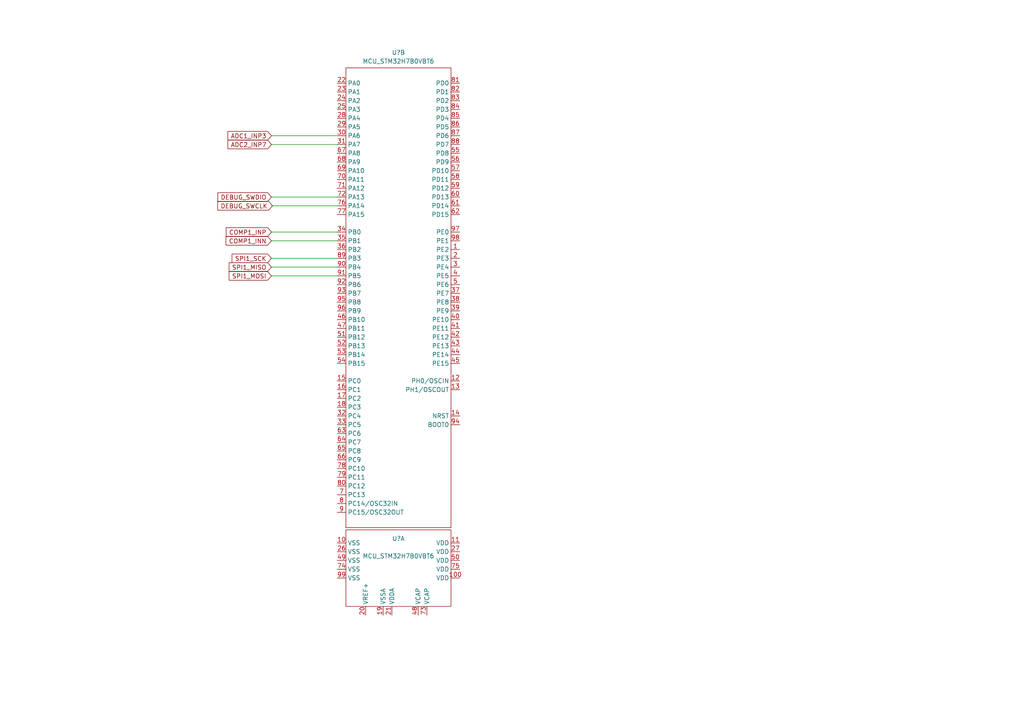
<source format=kicad_sch>
(kicad_sch (version 20211123) (generator eeschema)

  (uuid 76de63ca-5e83-4f98-a3c7-bdf0c8370920)

  (paper "A4")

  (lib_symbols
    (symbol "UKMaker:MCU_STM32H7B0VBT6" (in_bom yes) (on_board yes)
      (property "Reference" "U" (id 0) (at 0 3.81 0)
        (effects (font (size 1.27 1.27)))
      )
      (property "Value" "MCU_STM32H7B0VBT6" (id 1) (at 0 3.81 0)
        (effects (font (size 1.27 1.27)))
      )
      (property "Footprint" "" (id 2) (at 0 3.81 0)
        (effects (font (size 1.27 1.27)) hide)
      )
      (property "Datasheet" "" (id 3) (at 0 3.81 0)
        (effects (font (size 1.27 1.27)) hide)
      )
      (property "ki_locked" "" (id 4) (at 0 0 0)
        (effects (font (size 1.27 1.27)))
      )
      (symbol "MCU_STM32H7B0VBT6_1_1"
        (rectangle (start -15.24 11.43) (end 15.24 -10.795)
          (stroke (width 0) (type default) (color 0 0 0 0))
          (fill (type none))
        )
        (pin power_in line (at -17.78 7.62 0) (length 2.54)
          (name "VSS" (effects (font (size 1.27 1.27))))
          (number "10" (effects (font (size 1.27 1.27))))
        )
        (pin power_in line (at 17.78 -2.54 180) (length 2.54)
          (name "VDD" (effects (font (size 1.27 1.27))))
          (number "100" (effects (font (size 1.27 1.27))))
        )
        (pin power_in line (at 17.78 7.62 180) (length 2.54)
          (name "VDD" (effects (font (size 1.27 1.27))))
          (number "11" (effects (font (size 1.27 1.27))))
        )
        (pin power_in line (at -4.445 -13.335 90) (length 2.54)
          (name "VSSA" (effects (font (size 1.27 1.27))))
          (number "19" (effects (font (size 1.27 1.27))))
        )
        (pin input line (at -9.525 -13.335 90) (length 2.54)
          (name "VREF+" (effects (font (size 1.27 1.27))))
          (number "20" (effects (font (size 1.27 1.27))))
        )
        (pin power_in line (at -1.905 -13.335 90) (length 2.54)
          (name "VDDA" (effects (font (size 1.27 1.27))))
          (number "21" (effects (font (size 1.27 1.27))))
        )
        (pin power_in line (at -17.78 5.08 0) (length 2.54)
          (name "VSS" (effects (font (size 1.27 1.27))))
          (number "26" (effects (font (size 1.27 1.27))))
        )
        (pin power_in line (at 17.78 5.08 180) (length 2.54)
          (name "VDD" (effects (font (size 1.27 1.27))))
          (number "27" (effects (font (size 1.27 1.27))))
        )
        (pin output line (at 5.715 -13.335 90) (length 2.54)
          (name "VCAP" (effects (font (size 1.27 1.27))))
          (number "48" (effects (font (size 1.27 1.27))))
        )
        (pin power_in line (at -17.78 2.54 0) (length 2.54)
          (name "VSS" (effects (font (size 1.27 1.27))))
          (number "49" (effects (font (size 1.27 1.27))))
        )
        (pin power_in line (at 17.78 2.54 180) (length 2.54)
          (name "VDD" (effects (font (size 1.27 1.27))))
          (number "50" (effects (font (size 1.27 1.27))))
        )
        (pin input line (at 8.255 -13.335 90) (length 2.54)
          (name "VCAP" (effects (font (size 1.27 1.27))))
          (number "73" (effects (font (size 1.27 1.27))))
        )
        (pin power_in line (at -17.78 0 0) (length 2.54)
          (name "VSS" (effects (font (size 1.27 1.27))))
          (number "74" (effects (font (size 1.27 1.27))))
        )
        (pin power_in line (at 17.78 0 180) (length 2.54)
          (name "VDD" (effects (font (size 1.27 1.27))))
          (number "75" (effects (font (size 1.27 1.27))))
        )
        (pin power_in line (at -17.78 -2.54 0) (length 2.54)
          (name "VSS" (effects (font (size 1.27 1.27))))
          (number "99" (effects (font (size 1.27 1.27))))
        )
      )
      (symbol "MCU_STM32H7B0VBT6_2_1"
        (rectangle (start -15.24 66.675) (end 15.24 -66.675)
          (stroke (width 0) (type default) (color 0 0 0 0))
          (fill (type none))
        )
        (pin bidirectional line (at 17.78 13.97 180) (length 2.54)
          (name "PE2" (effects (font (size 1.27 1.27))))
          (number "1" (effects (font (size 1.27 1.27))))
        )
        (pin bidirectional line (at 17.78 -24.13 180) (length 2.54)
          (name "PH0/OSCIN" (effects (font (size 1.27 1.27))))
          (number "12" (effects (font (size 1.27 1.27))))
        )
        (pin bidirectional line (at 17.78 -26.67 180) (length 2.54)
          (name "PH1/OSCOUT" (effects (font (size 1.27 1.27))))
          (number "13" (effects (font (size 1.27 1.27))))
        )
        (pin bidirectional line (at 17.78 -34.29 180) (length 2.54)
          (name "NRST" (effects (font (size 1.27 1.27))))
          (number "14" (effects (font (size 1.27 1.27))))
        )
        (pin bidirectional line (at -17.78 -24.13 0) (length 2.54)
          (name "PC0" (effects (font (size 1.27 1.27))))
          (number "15" (effects (font (size 1.27 1.27))))
        )
        (pin bidirectional line (at -17.78 -26.67 0) (length 2.54)
          (name "PC1" (effects (font (size 1.27 1.27))))
          (number "16" (effects (font (size 1.27 1.27))))
        )
        (pin bidirectional line (at -17.78 -29.21 0) (length 2.54)
          (name "PC2" (effects (font (size 1.27 1.27))))
          (number "17" (effects (font (size 1.27 1.27))))
        )
        (pin bidirectional line (at -17.78 -31.75 0) (length 2.54)
          (name "PC3" (effects (font (size 1.27 1.27))))
          (number "18" (effects (font (size 1.27 1.27))))
        )
        (pin bidirectional line (at 17.78 11.43 180) (length 2.54)
          (name "PE3" (effects (font (size 1.27 1.27))))
          (number "2" (effects (font (size 1.27 1.27))))
        )
        (pin bidirectional line (at -17.78 62.23 0) (length 2.54)
          (name "PA0" (effects (font (size 1.27 1.27))))
          (number "22" (effects (font (size 1.27 1.27))))
        )
        (pin bidirectional line (at -17.78 59.69 0) (length 2.54)
          (name "PA1" (effects (font (size 1.27 1.27))))
          (number "23" (effects (font (size 1.27 1.27))))
        )
        (pin bidirectional line (at -17.78 57.15 0) (length 2.54)
          (name "PA2" (effects (font (size 1.27 1.27))))
          (number "24" (effects (font (size 1.27 1.27))))
        )
        (pin bidirectional line (at -17.78 54.61 0) (length 2.54)
          (name "PA3" (effects (font (size 1.27 1.27))))
          (number "25" (effects (font (size 1.27 1.27))))
        )
        (pin bidirectional line (at -17.78 52.07 0) (length 2.54)
          (name "PA4" (effects (font (size 1.27 1.27))))
          (number "28" (effects (font (size 1.27 1.27))))
        )
        (pin bidirectional line (at -17.78 49.53 0) (length 2.54)
          (name "PA5" (effects (font (size 1.27 1.27))))
          (number "29" (effects (font (size 1.27 1.27))))
        )
        (pin bidirectional line (at 17.78 8.89 180) (length 2.54)
          (name "PE4" (effects (font (size 1.27 1.27))))
          (number "3" (effects (font (size 1.27 1.27))))
        )
        (pin bidirectional line (at -17.78 46.99 0) (length 2.54)
          (name "PA6" (effects (font (size 1.27 1.27))))
          (number "30" (effects (font (size 1.27 1.27))))
        )
        (pin bidirectional line (at -17.78 44.45 0) (length 2.54)
          (name "PA7" (effects (font (size 1.27 1.27))))
          (number "31" (effects (font (size 1.27 1.27))))
        )
        (pin bidirectional line (at -17.78 -34.29 0) (length 2.54)
          (name "PC4" (effects (font (size 1.27 1.27))))
          (number "32" (effects (font (size 1.27 1.27))))
        )
        (pin bidirectional line (at -17.78 -36.83 0) (length 2.54)
          (name "PC5" (effects (font (size 1.27 1.27))))
          (number "33" (effects (font (size 1.27 1.27))))
        )
        (pin bidirectional line (at -17.78 19.05 0) (length 2.54)
          (name "PB0" (effects (font (size 1.27 1.27))))
          (number "34" (effects (font (size 1.27 1.27))))
        )
        (pin bidirectional line (at -17.78 16.51 0) (length 2.54)
          (name "PB1" (effects (font (size 1.27 1.27))))
          (number "35" (effects (font (size 1.27 1.27))))
        )
        (pin bidirectional line (at -17.78 13.97 0) (length 2.54)
          (name "PB2" (effects (font (size 1.27 1.27))))
          (number "36" (effects (font (size 1.27 1.27))))
        )
        (pin bidirectional line (at 17.78 1.27 180) (length 2.54)
          (name "PE7" (effects (font (size 1.27 1.27))))
          (number "37" (effects (font (size 1.27 1.27))))
        )
        (pin bidirectional line (at 17.78 -1.27 180) (length 2.54)
          (name "PE8" (effects (font (size 1.27 1.27))))
          (number "38" (effects (font (size 1.27 1.27))))
        )
        (pin bidirectional line (at 17.78 -3.81 180) (length 2.54)
          (name "PE9" (effects (font (size 1.27 1.27))))
          (number "39" (effects (font (size 1.27 1.27))))
        )
        (pin bidirectional line (at 17.78 6.35 180) (length 2.54)
          (name "PE5" (effects (font (size 1.27 1.27))))
          (number "4" (effects (font (size 1.27 1.27))))
        )
        (pin bidirectional line (at 17.78 -6.35 180) (length 2.54)
          (name "PE10" (effects (font (size 1.27 1.27))))
          (number "40" (effects (font (size 1.27 1.27))))
        )
        (pin bidirectional line (at 17.78 -8.89 180) (length 2.54)
          (name "PE11" (effects (font (size 1.27 1.27))))
          (number "41" (effects (font (size 1.27 1.27))))
        )
        (pin bidirectional line (at 17.78 -11.43 180) (length 2.54)
          (name "PE12" (effects (font (size 1.27 1.27))))
          (number "42" (effects (font (size 1.27 1.27))))
        )
        (pin bidirectional line (at 17.78 -13.97 180) (length 2.54)
          (name "PE13" (effects (font (size 1.27 1.27))))
          (number "43" (effects (font (size 1.27 1.27))))
        )
        (pin bidirectional line (at 17.78 -16.51 180) (length 2.54)
          (name "PE14" (effects (font (size 1.27 1.27))))
          (number "44" (effects (font (size 1.27 1.27))))
        )
        (pin bidirectional line (at 17.78 -19.05 180) (length 2.54)
          (name "PE15" (effects (font (size 1.27 1.27))))
          (number "45" (effects (font (size 1.27 1.27))))
        )
        (pin bidirectional line (at -17.78 -6.35 0) (length 2.54)
          (name "PB10" (effects (font (size 1.27 1.27))))
          (number "46" (effects (font (size 1.27 1.27))))
        )
        (pin bidirectional line (at -17.78 -8.89 0) (length 2.54)
          (name "PB11" (effects (font (size 1.27 1.27))))
          (number "47" (effects (font (size 1.27 1.27))))
        )
        (pin bidirectional line (at 17.78 3.81 180) (length 2.54)
          (name "PE6" (effects (font (size 1.27 1.27))))
          (number "5" (effects (font (size 1.27 1.27))))
        )
        (pin bidirectional line (at -17.78 -11.43 0) (length 2.54)
          (name "PB12" (effects (font (size 1.27 1.27))))
          (number "51" (effects (font (size 1.27 1.27))))
        )
        (pin bidirectional line (at -17.78 -13.97 0) (length 2.54)
          (name "PB13" (effects (font (size 1.27 1.27))))
          (number "52" (effects (font (size 1.27 1.27))))
        )
        (pin bidirectional line (at -17.78 -16.51 0) (length 2.54)
          (name "PB14" (effects (font (size 1.27 1.27))))
          (number "53" (effects (font (size 1.27 1.27))))
        )
        (pin bidirectional line (at -17.78 -19.05 0) (length 2.54)
          (name "PB15" (effects (font (size 1.27 1.27))))
          (number "54" (effects (font (size 1.27 1.27))))
        )
        (pin bidirectional line (at 17.78 41.91 180) (length 2.54)
          (name "PD8" (effects (font (size 1.27 1.27))))
          (number "55" (effects (font (size 1.27 1.27))))
        )
        (pin bidirectional line (at 17.78 39.37 180) (length 2.54)
          (name "PD9" (effects (font (size 1.27 1.27))))
          (number "56" (effects (font (size 1.27 1.27))))
        )
        (pin bidirectional line (at 17.78 36.83 180) (length 2.54)
          (name "PD10" (effects (font (size 1.27 1.27))))
          (number "57" (effects (font (size 1.27 1.27))))
        )
        (pin bidirectional line (at 17.78 34.29 180) (length 2.54)
          (name "PD11" (effects (font (size 1.27 1.27))))
          (number "58" (effects (font (size 1.27 1.27))))
        )
        (pin bidirectional line (at 17.78 31.75 180) (length 2.54)
          (name "PD12" (effects (font (size 1.27 1.27))))
          (number "59" (effects (font (size 1.27 1.27))))
        )
        (pin bidirectional line (at 17.78 29.21 180) (length 2.54)
          (name "PD13" (effects (font (size 1.27 1.27))))
          (number "60" (effects (font (size 1.27 1.27))))
        )
        (pin bidirectional line (at 17.78 26.67 180) (length 2.54)
          (name "PD14" (effects (font (size 1.27 1.27))))
          (number "61" (effects (font (size 1.27 1.27))))
        )
        (pin bidirectional line (at 17.78 24.13 180) (length 2.54)
          (name "PD15" (effects (font (size 1.27 1.27))))
          (number "62" (effects (font (size 1.27 1.27))))
        )
        (pin bidirectional line (at -17.78 -39.37 0) (length 2.54)
          (name "PC6" (effects (font (size 1.27 1.27))))
          (number "63" (effects (font (size 1.27 1.27))))
        )
        (pin bidirectional line (at -17.78 -41.91 0) (length 2.54)
          (name "PC7" (effects (font (size 1.27 1.27))))
          (number "64" (effects (font (size 1.27 1.27))))
        )
        (pin bidirectional line (at -17.78 -44.45 0) (length 2.54)
          (name "PC8" (effects (font (size 1.27 1.27))))
          (number "65" (effects (font (size 1.27 1.27))))
        )
        (pin bidirectional line (at -17.78 -46.99 0) (length 2.54)
          (name "PC9" (effects (font (size 1.27 1.27))))
          (number "66" (effects (font (size 1.27 1.27))))
        )
        (pin bidirectional line (at -17.78 41.91 0) (length 2.54)
          (name "PA8" (effects (font (size 1.27 1.27))))
          (number "67" (effects (font (size 1.27 1.27))))
        )
        (pin bidirectional line (at -17.78 39.37 0) (length 2.54)
          (name "PA9" (effects (font (size 1.27 1.27))))
          (number "68" (effects (font (size 1.27 1.27))))
        )
        (pin bidirectional line (at -17.78 36.83 0) (length 2.54)
          (name "PA10" (effects (font (size 1.27 1.27))))
          (number "69" (effects (font (size 1.27 1.27))))
        )
        (pin bidirectional line (at -17.78 -57.15 0) (length 2.54)
          (name "PC13" (effects (font (size 1.27 1.27))))
          (number "7" (effects (font (size 1.27 1.27))))
        )
        (pin bidirectional line (at -17.78 34.29 0) (length 2.54)
          (name "PA11" (effects (font (size 1.27 1.27))))
          (number "70" (effects (font (size 1.27 1.27))))
        )
        (pin bidirectional line (at -17.78 31.75 0) (length 2.54)
          (name "PA12" (effects (font (size 1.27 1.27))))
          (number "71" (effects (font (size 1.27 1.27))))
        )
        (pin bidirectional line (at -17.78 29.21 0) (length 2.54)
          (name "PA13" (effects (font (size 1.27 1.27))))
          (number "72" (effects (font (size 1.27 1.27))))
        )
        (pin bidirectional line (at -17.78 26.67 0) (length 2.54)
          (name "PA14" (effects (font (size 1.27 1.27))))
          (number "76" (effects (font (size 1.27 1.27))))
        )
        (pin bidirectional line (at -17.78 24.13 0) (length 2.54)
          (name "PA15" (effects (font (size 1.27 1.27))))
          (number "77" (effects (font (size 1.27 1.27))))
        )
        (pin bidirectional line (at -17.78 -49.53 0) (length 2.54)
          (name "PC10" (effects (font (size 1.27 1.27))))
          (number "78" (effects (font (size 1.27 1.27))))
        )
        (pin bidirectional line (at -17.78 -52.07 0) (length 2.54)
          (name "PC11" (effects (font (size 1.27 1.27))))
          (number "79" (effects (font (size 1.27 1.27))))
        )
        (pin bidirectional line (at -17.78 -59.69 0) (length 2.54)
          (name "PC14/OSC32IN" (effects (font (size 1.27 1.27))))
          (number "8" (effects (font (size 1.27 1.27))))
        )
        (pin bidirectional line (at -17.78 -54.61 0) (length 2.54)
          (name "PC12" (effects (font (size 1.27 1.27))))
          (number "80" (effects (font (size 1.27 1.27))))
        )
        (pin bidirectional line (at 17.78 62.23 180) (length 2.54)
          (name "PD0" (effects (font (size 1.27 1.27))))
          (number "81" (effects (font (size 1.27 1.27))))
        )
        (pin bidirectional line (at 17.78 59.69 180) (length 2.54)
          (name "PD1" (effects (font (size 1.27 1.27))))
          (number "82" (effects (font (size 1.27 1.27))))
        )
        (pin bidirectional line (at 17.78 57.15 180) (length 2.54)
          (name "PD2" (effects (font (size 1.27 1.27))))
          (number "83" (effects (font (size 1.27 1.27))))
        )
        (pin bidirectional line (at 17.78 54.61 180) (length 2.54)
          (name "PD3" (effects (font (size 1.27 1.27))))
          (number "84" (effects (font (size 1.27 1.27))))
        )
        (pin bidirectional line (at 17.78 52.07 180) (length 2.54)
          (name "PD4" (effects (font (size 1.27 1.27))))
          (number "85" (effects (font (size 1.27 1.27))))
        )
        (pin bidirectional line (at 17.78 49.53 180) (length 2.54)
          (name "PD5" (effects (font (size 1.27 1.27))))
          (number "86" (effects (font (size 1.27 1.27))))
        )
        (pin bidirectional line (at 17.78 46.99 180) (length 2.54)
          (name "PD6" (effects (font (size 1.27 1.27))))
          (number "87" (effects (font (size 1.27 1.27))))
        )
        (pin bidirectional line (at 17.78 44.45 180) (length 2.54)
          (name "PD7" (effects (font (size 1.27 1.27))))
          (number "88" (effects (font (size 1.27 1.27))))
        )
        (pin bidirectional line (at -17.78 11.43 0) (length 2.54)
          (name "PB3" (effects (font (size 1.27 1.27))))
          (number "89" (effects (font (size 1.27 1.27))))
        )
        (pin bidirectional line (at -17.78 -62.23 0) (length 2.54)
          (name "PC15/OSC32OUT" (effects (font (size 1.27 1.27))))
          (number "9" (effects (font (size 1.27 1.27))))
        )
        (pin bidirectional line (at -17.78 8.89 0) (length 2.54)
          (name "PB4" (effects (font (size 1.27 1.27))))
          (number "90" (effects (font (size 1.27 1.27))))
        )
        (pin bidirectional line (at -17.78 6.35 0) (length 2.54)
          (name "PB5" (effects (font (size 1.27 1.27))))
          (number "91" (effects (font (size 1.27 1.27))))
        )
        (pin bidirectional line (at -17.78 3.81 0) (length 2.54)
          (name "PB6" (effects (font (size 1.27 1.27))))
          (number "92" (effects (font (size 1.27 1.27))))
        )
        (pin bidirectional line (at -17.78 1.27 0) (length 2.54)
          (name "PB7" (effects (font (size 1.27 1.27))))
          (number "93" (effects (font (size 1.27 1.27))))
        )
        (pin bidirectional line (at 17.78 -36.83 180) (length 2.54)
          (name "BOOT0" (effects (font (size 1.27 1.27))))
          (number "94" (effects (font (size 1.27 1.27))))
        )
        (pin bidirectional line (at -17.78 -1.27 0) (length 2.54)
          (name "PB8" (effects (font (size 1.27 1.27))))
          (number "95" (effects (font (size 1.27 1.27))))
        )
        (pin bidirectional line (at -17.78 -3.81 0) (length 2.54)
          (name "PB9" (effects (font (size 1.27 1.27))))
          (number "96" (effects (font (size 1.27 1.27))))
        )
        (pin bidirectional line (at 17.78 19.05 180) (length 2.54)
          (name "PE0" (effects (font (size 1.27 1.27))))
          (number "97" (effects (font (size 1.27 1.27))))
        )
        (pin bidirectional line (at 17.78 16.51 180) (length 2.54)
          (name "PE1" (effects (font (size 1.27 1.27))))
          (number "98" (effects (font (size 1.27 1.27))))
        )
      )
    )
  )


  (wire (pts (xy 78.74 80.01) (xy 97.79 80.01))
    (stroke (width 0) (type default) (color 0 0 0 0))
    (uuid 20104660-67e8-4031-b782-d8f0eab18f2f)
  )
  (wire (pts (xy 78.74 57.15) (xy 97.79 57.15))
    (stroke (width 0) (type default) (color 0 0 0 0))
    (uuid 235ce60e-99ca-4a2b-8d0c-9f5750c748ff)
  )
  (wire (pts (xy 78.74 39.37) (xy 97.79 39.37))
    (stroke (width 0) (type default) (color 0 0 0 0))
    (uuid 33abedf9-0d07-424b-8967-e415bbc23610)
  )
  (wire (pts (xy 78.74 77.47) (xy 97.79 77.47))
    (stroke (width 0) (type default) (color 0 0 0 0))
    (uuid 5ee47a9e-864a-4a29-ae02-29d9fa986e7d)
  )
  (wire (pts (xy 78.74 41.91) (xy 97.79 41.91))
    (stroke (width 0) (type default) (color 0 0 0 0))
    (uuid 666a7b21-0384-420e-8e19-06d039545c1d)
  )
  (wire (pts (xy 78.74 67.31) (xy 97.79 67.31))
    (stroke (width 0) (type default) (color 0 0 0 0))
    (uuid 81190af2-35d1-4c3f-8311-5c001f5b2578)
  )
  (wire (pts (xy 78.74 69.85) (xy 97.79 69.85))
    (stroke (width 0) (type default) (color 0 0 0 0))
    (uuid 9a970b8e-62f8-422f-9d9b-a33d80184784)
  )
  (wire (pts (xy 78.74 74.93) (xy 97.79 74.93))
    (stroke (width 0) (type default) (color 0 0 0 0))
    (uuid a826c85d-817a-4499-8bff-bed260017130)
  )
  (wire (pts (xy 78.74 59.69) (xy 97.79 59.69))
    (stroke (width 0) (type default) (color 0 0 0 0))
    (uuid aca1e514-aaed-4a6c-bfe4-0abaaa4fdba9)
  )

  (global_label "COMP1_INP" (shape input) (at 78.74 67.31 180) (fields_autoplaced)
    (effects (font (size 1.27 1.27)) (justify right))
    (uuid 3cfc734c-deb3-4027-8507-55de3ff0d7e2)
    (property "Intersheet References" "${INTERSHEET_REFS}" (id 0) (at 65.6226 67.2306 0)
      (effects (font (size 1.27 1.27)) (justify right) hide)
    )
  )
  (global_label "SPI1_SCK" (shape input) (at 78.74 74.93 180) (fields_autoplaced)
    (effects (font (size 1.27 1.27)) (justify right))
    (uuid 4e8cf744-a289-4e7a-bedb-a02f5126c7ab)
    (property "Intersheet References" "${INTERSHEET_REFS}" (id 0) (at 67.3159 74.8506 0)
      (effects (font (size 1.27 1.27)) (justify right) hide)
    )
  )
  (global_label "DEBUG_SWCLK" (shape input) (at 79.0621 59.69 180) (fields_autoplaced)
    (effects (font (size 1.27 1.27)) (justify right))
    (uuid 685d638e-cf78-4662-82a8-09cda6c36cf2)
    (property "Intersheet References" "${INTERSHEET_REFS}" (id 0) (at 63.1628 59.6106 0)
      (effects (font (size 1.27 1.27)) (justify right) hide)
    )
  )
  (global_label "SPI1_MISO" (shape input) (at 78.74 77.47 180) (fields_autoplaced)
    (effects (font (size 1.27 1.27)) (justify right))
    (uuid a57b8f9c-77bc-4635-bd7a-20c87a65abae)
    (property "Intersheet References" "${INTERSHEET_REFS}" (id 0) (at 66.4693 77.3906 0)
      (effects (font (size 1.27 1.27)) (justify right) hide)
    )
  )
  (global_label "ADC2_INP7" (shape input) (at 78.74 41.91 180) (fields_autoplaced)
    (effects (font (size 1.27 1.27)) (justify right))
    (uuid c20c9ec5-69bb-4e72-820d-7dc484f4bcb0)
    (property "Intersheet References" "${INTERSHEET_REFS}" (id 0) (at 66.1064 41.8306 0)
      (effects (font (size 1.27 1.27)) (justify right) hide)
    )
  )
  (global_label "ADC1_INP3" (shape input) (at 78.74 39.37 180) (fields_autoplaced)
    (effects (font (size 1.27 1.27)) (justify right))
    (uuid c673cd0f-3299-4a67-9f33-796cd31c1c9f)
    (property "Intersheet References" "${INTERSHEET_REFS}" (id 0) (at 66.1064 39.2906 0)
      (effects (font (size 1.27 1.27)) (justify right) hide)
    )
  )
  (global_label "DEBUG_SWDIO" (shape input) (at 78.74 57.15 180) (fields_autoplaced)
    (effects (font (size 1.27 1.27)) (justify right))
    (uuid dddcca48-52a0-4f5c-8fbc-e3bb9b6a7572)
    (property "Intersheet References" "${INTERSHEET_REFS}" (id 0) (at 63.2036 57.0706 0)
      (effects (font (size 1.27 1.27)) (justify right) hide)
    )
  )
  (global_label "SPI1_MOSI" (shape input) (at 78.74 80.01 180) (fields_autoplaced)
    (effects (font (size 1.27 1.27)) (justify right))
    (uuid e87b7730-c813-40ab-a1cf-2274606c8d42)
    (property "Intersheet References" "${INTERSHEET_REFS}" (id 0) (at 66.4693 79.9306 0)
      (effects (font (size 1.27 1.27)) (justify right) hide)
    )
  )
  (global_label "COMP1_INN" (shape input) (at 78.74 69.85 180) (fields_autoplaced)
    (effects (font (size 1.27 1.27)) (justify right))
    (uuid eb7cfed6-6e7a-462b-95e7-2e2e339a1425)
    (property "Intersheet References" "${INTERSHEET_REFS}" (id 0) (at 65.5621 69.7706 0)
      (effects (font (size 1.27 1.27)) (justify right) hide)
    )
  )

  (symbol (lib_id "UKMaker:MCU_STM32H7B0VBT6") (at 115.57 86.36 0) (unit 2)
    (in_bom yes) (on_board yes) (fields_autoplaced)
    (uuid edc4489f-c468-4c51-8e99-69f68421486a)
    (property "Reference" "U?" (id 0) (at 115.57 15.24 0))
    (property "Value" "MCU_STM32H7B0VBT6" (id 1) (at 115.57 17.78 0))
    (property "Footprint" "" (id 2) (at 115.57 82.55 0)
      (effects (font (size 1.27 1.27)) hide)
    )
    (property "Datasheet" "" (id 3) (at 115.57 82.55 0)
      (effects (font (size 1.27 1.27)) hide)
    )
    (pin "10" (uuid 7cc19a89-e992-4e8b-81a1-7d33157fdfb8))
    (pin "100" (uuid 143b1f67-8645-4b65-ba78-d98ec549d0af))
    (pin "11" (uuid 8e32a1ca-40a6-4a29-ab4b-1b7169ba70f9))
    (pin "19" (uuid fa4ca588-d63c-44e1-89ee-87224767e552))
    (pin "20" (uuid 0c4e098f-d7ee-447c-a218-9a668f7b9237))
    (pin "21" (uuid 24d24be9-c9cf-4775-ac1b-6a24ffcb2ad5))
    (pin "26" (uuid 70724157-3d96-407e-b235-5e71894d1c25))
    (pin "27" (uuid 1d1cc453-4367-4229-94af-9ae23b9fac8a))
    (pin "48" (uuid d6096707-b26b-4581-a753-640ed0950b49))
    (pin "49" (uuid 96f877b4-a8fc-4846-9875-360ac93cf3fc))
    (pin "50" (uuid 0f9a4b3f-36a9-4000-bece-c78d1b563569))
    (pin "73" (uuid d462c553-90e0-4b07-b00a-a6c6306ecdbe))
    (pin "74" (uuid 8923a49c-dd9b-44f4-bbb4-3dc1ebe3b16b))
    (pin "75" (uuid dfec2792-c421-438b-849c-4750660f4973))
    (pin "99" (uuid 183796f7-28c4-4b6a-a14d-1422cafb8038))
    (pin "1" (uuid 290b5f4d-3a81-4889-bc5f-730eb098bc72))
    (pin "12" (uuid 6cb82416-a648-41a7-b2c3-781883a18add))
    (pin "13" (uuid 9b040d50-ddbe-491d-bca0-e2a1ab7f22e7))
    (pin "14" (uuid 12cea1ff-c621-44c2-8220-f57bb47b2755))
    (pin "15" (uuid 3e4ab3c4-9669-4523-9f70-fb831f119916))
    (pin "16" (uuid 5b84d496-0815-44db-be10-1c603b5a66b0))
    (pin "17" (uuid 35d767fb-04ad-4400-9fb1-ae0cdc1b7cf4))
    (pin "18" (uuid ec9b87c1-9379-480f-9a88-02ad6414fcf3))
    (pin "2" (uuid ca7f47ff-2d3c-4efe-9995-5ee71af3f939))
    (pin "22" (uuid b9bdea04-1c8f-46c7-a8fa-f36ed0912a65))
    (pin "23" (uuid 457689d9-dfb1-4c18-a11e-586d51274f23))
    (pin "24" (uuid 426dc185-d470-4565-aca2-7c1b2ff4ff27))
    (pin "25" (uuid 482147b7-7b15-413c-a2e2-1bb52425c1e2))
    (pin "28" (uuid 57f4878a-525e-4c72-a1c7-ed9f957c057d))
    (pin "29" (uuid 359c6072-4004-462f-9114-f237b8c480f3))
    (pin "3" (uuid 9cf05728-1fef-41f0-81dc-5eff90f86b4a))
    (pin "30" (uuid d6b5f4d8-56c2-43a8-baf2-3ae3f1300f79))
    (pin "31" (uuid 4d396d88-d0de-4d1e-b19c-247145eb998b))
    (pin "32" (uuid d817bd67-d947-4519-88d8-af73d0a25783))
    (pin "33" (uuid 423ac9f3-9366-4109-b07a-b878d3cf8037))
    (pin "34" (uuid b699c67c-e5ac-4bd5-9df4-306441b1464f))
    (pin "35" (uuid 9f827b37-d760-4079-870b-d3710ec6ee87))
    (pin "36" (uuid 7a7722ba-2a31-4457-addb-830c2ac9f0a3))
    (pin "37" (uuid 03a9549e-050a-4fd9-95af-a0506abc8f15))
    (pin "38" (uuid 5af47e99-589d-4221-8338-6f56d0161786))
    (pin "39" (uuid 497b8b35-d653-4b81-9966-a15981390568))
    (pin "4" (uuid f7aa0e27-03a9-4e1a-8a77-35fd58c4b81a))
    (pin "40" (uuid 46b71a37-61b8-49e5-8563-9a40eaf202fb))
    (pin "41" (uuid d18d3f14-3318-45c5-b0cb-5a4be8a8496a))
    (pin "42" (uuid f72a4d1e-aa90-4169-9379-9d57d72dea6d))
    (pin "43" (uuid 7257cbca-a945-496e-bdf7-6221623957d9))
    (pin "44" (uuid d7729cf8-dbd3-48f6-ae06-427f245aa603))
    (pin "45" (uuid 9b4f176e-b514-44ba-b8b8-8fe8f0bc2802))
    (pin "46" (uuid 7a3f5e89-6c3c-469f-bd42-cd71f9a7c658))
    (pin "47" (uuid 74008798-04c7-461b-ad65-378de9a54083))
    (pin "5" (uuid 6cbdeae1-3317-4cd5-8088-d8d20a1009e3))
    (pin "51" (uuid ee9b62fc-02ca-4fe4-9d5c-ae01818e4e9a))
    (pin "52" (uuid 979c2691-8cb9-4591-845a-170218d90c5e))
    (pin "53" (uuid d057d4f7-d44a-43d0-a760-305ebd2a0233))
    (pin "54" (uuid c5fc1b01-9c44-4311-bdfc-29f6424c2d69))
    (pin "55" (uuid db908983-2e1a-4afa-9d6c-167a8d93b44a))
    (pin "56" (uuid 3060d00d-0948-494e-8f4f-7edeb634fda7))
    (pin "57" (uuid d8048a25-fa60-45d7-9479-de29ad430a73))
    (pin "58" (uuid 5e01bee3-6519-4c05-960b-9ef62671e0e9))
    (pin "59" (uuid 5555d223-d790-456e-8d3d-d0635f780557))
    (pin "60" (uuid c10e31ea-ded8-4722-839c-9f6099db3222))
    (pin "61" (uuid ced06f0b-d623-48ba-a468-1ee77410a00d))
    (pin "62" (uuid 9207f508-e086-42e5-9504-bc1381eb4eaf))
    (pin "63" (uuid cfa16d72-e26b-46e9-b5be-c338bd99fc10))
    (pin "64" (uuid 07334698-4b66-418f-b63f-8cc579282ffb))
    (pin "65" (uuid 26252ff9-6062-44f8-a968-86db85bf3cbc))
    (pin "66" (uuid 7baaf87d-2809-44e8-a7b5-7feb6acdfa67))
    (pin "67" (uuid 38438ec9-223a-4330-a4ba-2efc787f6bc0))
    (pin "68" (uuid 58b9b622-da54-4e0c-a814-2183721f99f5))
    (pin "69" (uuid 4438bc02-ae61-49a3-a412-87a59ee8150b))
    (pin "7" (uuid f6313899-94fc-4fe0-840d-aed243f238ad))
    (pin "70" (uuid f737a471-9ea0-443a-b15f-102db4672485))
    (pin "71" (uuid c773e32e-29ed-4cd7-a538-d505acd9ff11))
    (pin "72" (uuid ca319811-0bef-4044-9753-03220c5fb969))
    (pin "76" (uuid 867ae063-8cda-440e-a9ce-0d8e9d876b6b))
    (pin "77" (uuid 782af8a9-1d97-49ea-b925-80098e5a3ad6))
    (pin "78" (uuid 22f67580-089b-4a1c-84a4-2023ffa56e5f))
    (pin "79" (uuid b94af700-f017-4854-b5a2-5cc8117a06bd))
    (pin "8" (uuid 758e8491-6b1c-4057-9808-ffc082ba917e))
    (pin "80" (uuid 837ae188-19ac-4fb9-8565-d44675b21e48))
    (pin "81" (uuid 61114ff0-95c7-482f-88e9-6f29a4814775))
    (pin "82" (uuid b76086b7-4bc2-4123-8b99-559587e3d717))
    (pin "83" (uuid 8d8b7e08-9db5-49e0-8069-e329761f637b))
    (pin "84" (uuid a67f9945-0bd2-4e94-8234-7b8bb4c5fb13))
    (pin "85" (uuid 92532797-470a-4ac1-bd3a-4a8c0be45bd0))
    (pin "86" (uuid 9cc24406-171e-4514-a48a-e6d5ba1692c6))
    (pin "87" (uuid a661f475-d19f-4e69-81c7-cf67a5b968fc))
    (pin "88" (uuid 987ee1e6-8559-4ee4-b31d-cda843d37466))
    (pin "89" (uuid 724b20b0-78b7-4f89-b9b1-569e0b9f6515))
    (pin "9" (uuid 461f676c-73bd-4784-a8ca-d10067423a2f))
    (pin "90" (uuid d324bb6c-0f49-413a-babc-7bdc848bf4f9))
    (pin "91" (uuid f099e116-9415-486e-b5a9-2bc0c07a4cd4))
    (pin "92" (uuid 0730be03-a5cc-4901-a5c6-fe156d9c7c9c))
    (pin "93" (uuid 863f860a-909d-45f2-a4c1-8194893be406))
    (pin "94" (uuid 33a13445-a0f2-440b-a9fa-fcea6c70bb9c))
    (pin "95" (uuid 614078df-5434-4f96-beba-70fcf0213be1))
    (pin "96" (uuid 0dd9c12b-40f5-40df-b006-8a5f5e754270))
    (pin "97" (uuid 940a4d00-e28e-44fb-82af-cff994f77392))
    (pin "98" (uuid a943882d-bd6e-4224-949e-3e2e5675c546))
  )

  (symbol (lib_id "UKMaker:MCU_STM32H7B0VBT6") (at 115.57 165.1 0) (unit 1)
    (in_bom yes) (on_board yes)
    (uuid f45dce5c-1f31-4edf-8177-db6f209b24cb)
    (property "Reference" "U?" (id 0) (at 115.57 156.21 0))
    (property "Value" "MCU_STM32H7B0VBT6" (id 1) (at 115.57 161.29 0))
    (property "Footprint" "" (id 2) (at 115.57 161.29 0)
      (effects (font (size 1.27 1.27)) hide)
    )
    (property "Datasheet" "" (id 3) (at 115.57 161.29 0)
      (effects (font (size 1.27 1.27)) hide)
    )
    (pin "10" (uuid e5c51017-3a81-4d03-8bbc-2cb497fbe803))
    (pin "100" (uuid b9ec3107-1b56-408a-af53-6c44f6775856))
    (pin "11" (uuid f910f7c3-6bf5-4ffe-b52f-912e61efaf1f))
    (pin "19" (uuid 62db69ba-60b9-4867-92e0-17bc65cb08e3))
    (pin "20" (uuid 19a60150-300b-46cf-9d21-4a832daef8f9))
    (pin "21" (uuid 41b06142-c011-4cc0-9f8d-2380b0a15e8d))
    (pin "26" (uuid 7bf30ec8-9c10-468f-ade4-92d5ce0d5285))
    (pin "27" (uuid dddd90f7-69bf-478c-9f69-c97856b09ed6))
    (pin "48" (uuid 9a512693-b278-4411-a5d8-e3f639ab30b8))
    (pin "49" (uuid 7348b641-ffd8-4a42-9af3-1d4ea8f99a46))
    (pin "50" (uuid 1a8f0972-d93f-4b8b-b8af-b8f02f461896))
    (pin "73" (uuid 07a1b7a4-8ced-44a4-8569-0a52bd9f8527))
    (pin "74" (uuid af99630a-afd2-4dfe-b1e4-6bf4f97d72a7))
    (pin "75" (uuid 5e12e7d1-f81d-41c4-819e-44fe91123b3f))
    (pin "99" (uuid 6bad2154-f2a9-4a11-b0e6-5b8455ed637d))
    (pin "1" (uuid bf9a39f4-0c02-4e21-94d9-ad13c0f7cea2))
    (pin "12" (uuid 47fff43d-26e0-4202-a378-cf39326e3013))
    (pin "13" (uuid 29840112-060f-42ee-9725-e88d56a40da2))
    (pin "14" (uuid f923b675-e254-4f0a-8539-ae1bebf858d6))
    (pin "15" (uuid 433f352d-a9dd-4b3a-9c81-c3532d4f9280))
    (pin "16" (uuid 535bd166-c44b-44c8-9f5f-bd5e9bbb2587))
    (pin "17" (uuid 83cbcd54-9315-436f-a308-3c45221edd25))
    (pin "18" (uuid 2f1ca220-f7cc-43e2-87d5-950a40687e74))
    (pin "2" (uuid 064eae8b-aa1e-4cf9-bf09-1d490a9540fb))
    (pin "22" (uuid e70be681-aca0-4340-9795-ed1f57e2fd5e))
    (pin "23" (uuid eae6beeb-6b07-4939-8f87-c177e0ae7e1e))
    (pin "24" (uuid a6ce8405-6caf-45fc-b016-0481e22f8f06))
    (pin "25" (uuid 342058b0-f361-4418-883a-c8d5ddc407da))
    (pin "28" (uuid 57150f33-a4f1-4317-b3a3-135e9dccfd3b))
    (pin "29" (uuid 9c520a0e-5cab-430e-9862-abf8b218e77d))
    (pin "3" (uuid 0680e445-7acb-40b5-a714-aee9642e8262))
    (pin "30" (uuid a198db2b-e960-4c02-9df4-9b264667e417))
    (pin "31" (uuid 1e5d0565-5256-42d5-8e9f-ef234d70d379))
    (pin "32" (uuid 52c7acd8-59eb-4cbe-a116-3d680e459445))
    (pin "33" (uuid 0855249a-a0e5-45d8-9bdf-b95edc458734))
    (pin "34" (uuid 566a362c-7582-4f22-bbed-6bc29070a120))
    (pin "35" (uuid 900f7225-d3db-4a70-b600-4f9a062af22a))
    (pin "36" (uuid d0ba2a02-a035-4e0b-8b4f-a60be1e37777))
    (pin "37" (uuid b1e00cca-096e-455d-9b3d-6708216c8e82))
    (pin "38" (uuid b936d3f3-d736-4e94-9870-b5611cb38c3d))
    (pin "39" (uuid 3b1f6699-6ef8-4391-844b-c06cf4f3c97e))
    (pin "4" (uuid 3fc38625-7eaa-4af4-b63d-7399d7d12caa))
    (pin "40" (uuid 870fd6c5-403e-4d8e-864d-2994275aa180))
    (pin "41" (uuid 474e517d-6ae4-4195-9f08-334052d11691))
    (pin "42" (uuid 12dea5ae-e7ef-42a9-83ab-f987b4a73d48))
    (pin "43" (uuid f4ebffff-2e77-47b1-bb2e-7b4be06be174))
    (pin "44" (uuid fd5b24f4-d7ad-4f41-beaf-d4b382208133))
    (pin "45" (uuid 3fd3d63f-fdaa-4343-a861-ec1cec71cca0))
    (pin "46" (uuid 3d9d94b5-0b2d-4cca-8458-0b2a58d76c03))
    (pin "47" (uuid 1819951c-0eef-4ac9-8daf-2195ed2e7b0b))
    (pin "5" (uuid 8b508f5d-af53-44d6-96c4-db8d8d423a2c))
    (pin "51" (uuid c61c3cca-8fcd-45b0-93e6-f17994994e59))
    (pin "52" (uuid 763cfecb-b074-4b21-a7a5-eda8e34cf3ae))
    (pin "53" (uuid 65892871-d868-47e6-a982-92be1b3c221f))
    (pin "54" (uuid 81e19c42-0867-4ac9-8103-1233a40ec4f5))
    (pin "55" (uuid 368279ba-a0d9-49d5-afed-440cbfce40d2))
    (pin "56" (uuid 2ac64c7c-9e26-4764-9c55-48a368f6f859))
    (pin "57" (uuid f0835e49-9c0a-45ed-84a9-50d40a6ccd1c))
    (pin "58" (uuid c5118b3a-6bc9-4527-ae71-6d4ed6c65861))
    (pin "59" (uuid eea8cbae-09f2-45fa-b9f9-3b034a66c42f))
    (pin "60" (uuid 8a7a1f61-7acb-4718-8170-6e9ad02dd563))
    (pin "61" (uuid c474dce6-0c0b-4655-8caa-410e2ac86ce7))
    (pin "62" (uuid 66f5e524-c807-4737-97b8-ed1422846ec0))
    (pin "63" (uuid bd900798-e4f9-47ea-9c0d-55c0c9b58780))
    (pin "64" (uuid bfcaa9c1-aa88-4be2-ba39-986029758d97))
    (pin "65" (uuid 955df658-b5cd-42cd-b5f8-228f72933d90))
    (pin "66" (uuid 354ce110-26e8-4689-bb0f-39c1f2ff4145))
    (pin "67" (uuid 392e5a65-c6de-45fe-a73a-8d5e1d9779ea))
    (pin "68" (uuid d369071d-3dfc-40a8-b56e-86192f27a0ca))
    (pin "69" (uuid 07bc5771-d092-40b0-a0c9-f02bd44a7c28))
    (pin "7" (uuid 144675b9-fcdf-4d15-8642-bfee38d66f2a))
    (pin "70" (uuid e85c7642-7ca8-4c6c-8105-91150f420f94))
    (pin "71" (uuid 14e6b9ea-b1f5-4a4a-ab92-0b84d5ed1c3d))
    (pin "72" (uuid aa4fcac9-f4fc-49a9-9110-9e3e0eff6a2f))
    (pin "76" (uuid 80783945-3dc9-4a29-8697-51d486538804))
    (pin "77" (uuid b7790908-3158-4d9f-9732-8a83b8038d4b))
    (pin "78" (uuid 58009771-1fa6-4ca9-a522-5d94ab0a1225))
    (pin "79" (uuid e514644c-624b-4347-9349-89bfd7d39d74))
    (pin "8" (uuid edb2f457-ca9f-4bf9-a8e1-f6898d3ea1b9))
    (pin "80" (uuid 547e9b80-581b-4cbe-96e9-965e29e40522))
    (pin "81" (uuid e0da00d5-c0a5-4265-bb04-8bc6c5e27c5b))
    (pin "82" (uuid 7a997b05-decb-4836-ad60-c0865f607f2e))
    (pin "83" (uuid 43ad250e-2707-4fc2-baf3-52f81d77b2c2))
    (pin "84" (uuid 1bbfd0c8-e544-49e2-8b3f-c552d713bdc3))
    (pin "85" (uuid 410139d6-6a94-45fd-a846-db67ed9aff76))
    (pin "86" (uuid 0b528c12-777c-4994-9f4f-1fdefb9dc914))
    (pin "87" (uuid 46b8170f-587e-4084-9fe4-0b7041a1548a))
    (pin "88" (uuid a8f9cf31-93de-4b4b-8cb9-2ac8392698f4))
    (pin "89" (uuid 35a52fce-6882-400b-be34-03179278ad1a))
    (pin "9" (uuid 167b9b04-5d52-4b6a-9c4b-e3cf9ef50602))
    (pin "90" (uuid 5ea51e4e-9e8e-4a3d-a5b2-f39616990406))
    (pin "91" (uuid d3b4e31e-f741-403b-97fb-39408b6f93da))
    (pin "92" (uuid eb72ef2a-7797-4928-88dd-cdb4a34c7e24))
    (pin "93" (uuid 050fcf62-1b71-4dbf-a461-f0279e63aaeb))
    (pin "94" (uuid 657bcac6-de7b-4222-99f2-e3157f177565))
    (pin "95" (uuid 89a42e20-df3b-4751-8115-f19104121ee4))
    (pin "96" (uuid f04592a4-51ae-48fb-a539-d52ff7b80d1c))
    (pin "97" (uuid f842fd5f-ceff-4f5a-a8db-bafb2c65f553))
    (pin "98" (uuid dde728e8-5692-45bb-85df-0bb495bf04d2))
  )

  (sheet_instances
    (path "/" (page "1"))
  )

  (symbol_instances
    (path "/f45dce5c-1f31-4edf-8177-db6f209b24cb"
      (reference "U?") (unit 1) (value "MCU_STM32H7B0VBT6") (footprint "")
    )
    (path "/edc4489f-c468-4c51-8e99-69f68421486a"
      (reference "U?") (unit 2) (value "MCU_STM32H7B0VBT6") (footprint "")
    )
  )
)

</source>
